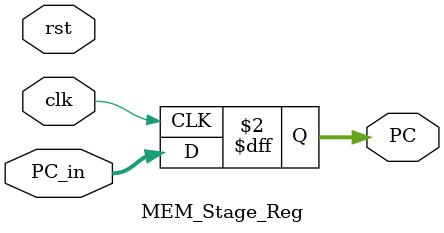
<source format=v>
module MEM_Stage_Reg(
  input clk, rst,
  input[31:0] PC_in,
  output reg[31:0] PC
);
  
  always @(posedge clk) PC <= PC_in;

endmodule

</source>
